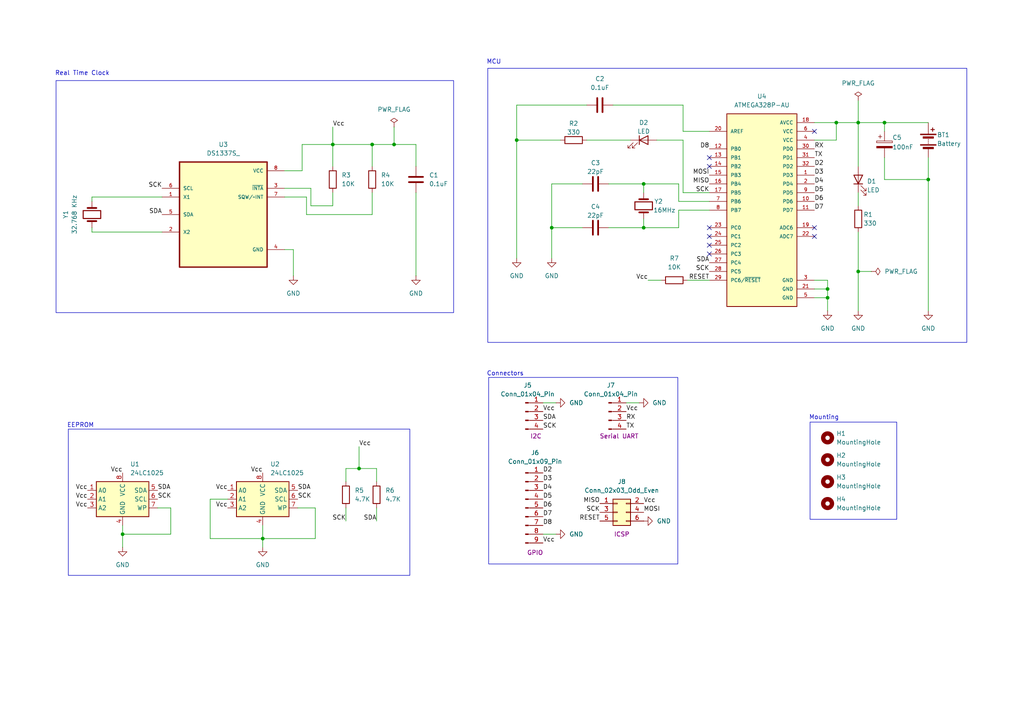
<source format=kicad_sch>
(kicad_sch (version 20231120) (generator "eeschema") (generator_version "8.0")
  (paper "A4")
  (title_block (title "${project_name}") (date "2024-07-27"))
  (lib_symbols
    (symbol "ATMEGA328P-AU:ATMEGA328P-AU" (pin_names (offset 1.016))
      (property "Reference" "U4" (at 0 33.02 0))
      (property "Value" "ATMEGA328P-AU" (at 0 30.48 0))
      (symbol "ATMEGA328P-AU_0_0"
        (rectangle (start -10.16 -27.94) (end 10.16 27.94) (stroke (width 0.254)) (fill (type background)))
        (pin bidirectional line (at 15.24 10.16 180) (length 5.08) (name "PD3") (number "1"))
        (pin bidirectional line (at 15.24 2.54 180) (length 5.08) (name "PD6") (number "10"))
        (pin bidirectional line (at 15.24 0 180) (length 5.08) (name "PD7") (number "11"))
        (pin bidirectional line (at -15.24 17.78 0) (length 5.08) (name "PB0") (number "12"))
        (pin bidirectional line (at -15.24 15.24 0) (length 5.08) (name "PB1") (number "13"))
        (pin bidirectional line (at -15.24 12.7 0) (length 5.08) (name "PB2") (number "14"))
        (pin bidirectional line (at -15.24 10.16 0) (length 5.08) (name "PB3") (number "15"))
        (pin bidirectional line (at -15.24 7.62 0) (length 5.08) (name "PB4") (number "16"))
        (pin bidirectional line (at -15.24 5.08 0) (length 5.08) (name "PB5") (number "17"))
        (pin power_in line (at 15.24 25.4 180) (length 5.08) (name "AVCC") (number "18"))
        (pin bidirectional line (at 15.24 -5.08 180) (length 5.08) (name "ADC6") (number "19"))
        (pin bidirectional line (at 15.24 7.62 180) (length 5.08) (name "PD4") (number "2"))
        (pin input line (at -15.24 22.86 0) (length 5.08) (name "AREF") (number "20"))
        (pin power_in line (at 15.24 -22.86 180) (length 5.08) (name "GND") (number "21"))
        (pin bidirectional line (at 15.24 -7.62 180) (length 5.08) (name "ADC7") (number "22"))
        (pin bidirectional line (at -15.24 -5.08 0) (length 5.08) (name "PC0") (number "23"))
        (pin bidirectional line (at -15.24 -7.62 0) (length 5.08) (name "PC1") (number "24"))
        (pin bidirectional line (at -15.24 -10.16 0) (length 5.08) (name "PC2") (number "25"))
        (pin bidirectional line (at -15.24 -12.7 0) (length 5.08) (name "PC3") (number "26"))
        (pin bidirectional line (at -15.24 -15.24 0) (length 5.08) (name "PC4") (number "27"))
        (pin bidirectional line (at -15.24 -17.78 0) (length 5.08) (name "PC5") (number "28"))
        (pin bidirectional line (at -15.24 -20.32 0) (length 5.08) (name "PC6/~{RESET}") (number "29"))
        (pin power_in line (at 15.24 -20.32 180) (length 5.08) (name "GND") (number "3"))
        (pin bidirectional line (at 15.24 17.78 180) (length 5.08) (name "PD0") (number "30"))
        (pin bidirectional line (at 15.24 15.24 180) (length 5.08) (name "PD1") (number "31"))
        (pin bidirectional line (at 15.24 12.7 180) (length 5.08) (name "PD2") (number "32"))
        (pin power_in line (at 15.24 20.32 180) (length 5.08) (name "VCC") (number "4"))
        (pin power_in line (at 15.24 -25.4 180) (length 5.08) (name "GND") (number "5"))
        (pin power_in line (at 15.24 22.86 180) (length 5.08) (name "VCC") (number "6"))
        (pin bidirectional line (at -15.24 2.54 0) (length 5.08) (name "PB6") (number "7"))
        (pin bidirectional line (at -15.24 0 0) (length 5.08) (name "PB7") (number "8"))
        (pin bidirectional line (at 15.24 5.08 180) (length 5.08) (name "PD5") (number "9"))
      )
    )
    (symbol "Connector:Conn_01x04_Pin" (pin_names (offset 1.016) hide)
      (property "Reference" "J" (at 0 5.08 0))
      (property "Value" "Conn_01x04_Pin" (at 0 -7.62 0))
      (symbol "Conn_01x04_Pin_1_1"
        (polyline (pts (xy 1.27 -5.08) (xy 0.8636 -5.08)) (stroke (width 0.1524)))
        (polyline (pts (xy 1.27 -2.54) (xy 0.8636 -2.54)) (stroke (width 0.1524)))
        (polyline (pts (xy 1.27 0) (xy 0.8636 0)) (stroke (width 0.1524)))
        (polyline (pts (xy 1.27 2.54) (xy 0.8636 2.54)) (stroke (width 0.1524)))
        (rectangle (start 0.8636 -4.953) (end 0 -5.207) (stroke (width 0.1524)) (fill (type outline)))
        (rectangle (start 0.8636 -2.413) (end 0 -2.667) (stroke (width 0.1524)) (fill (type outline)))
        (rectangle (start 0.8636 0.127) (end 0 -0.127) (stroke (width 0.1524)) (fill (type outline)))
        (rectangle (start 0.8636 2.667) (end 0 2.413) (stroke (width 0.1524)) (fill (type outline)))
        (pin passive line (at 5.08 2.54 180) (length 3.81) (name "Pin_1") (number "1"))
        (pin passive line (at 5.08 0 180) (length 3.81) (name "Pin_2") (number "2"))
        (pin passive line (at 5.08 -2.54 180) (length 3.81) (name "Pin_3") (number "3"))
        (pin passive line (at 5.08 -5.08 180) (length 3.81) (name "Pin_4") (number "4"))
      )
    )
    (symbol "Connector:Conn_01x09_Pin" (pin_names (offset 1.016) hide)
      (property "Reference" "J" (at 0 12.7 0))
      (property "Value" "Conn_01x09_Pin" (at 0 -12.7 0))
      (symbol "Conn_01x09_Pin_1_1"
        (polyline (pts (xy 1.27 -10.16) (xy 0.8636 -10.16)) (stroke (width 0.1524)))
        (polyline (pts (xy 1.27 -7.62) (xy 0.8636 -7.62)) (stroke (width 0.1524)))
        (polyline (pts (xy 1.27 -5.08) (xy 0.8636 -5.08)) (stroke (width 0.1524)))
        (polyline (pts (xy 1.27 -2.54) (xy 0.8636 -2.54)) (stroke (width 0.1524)))
        (polyline (pts (xy 1.27 0) (xy 0.8636 0)) (stroke (width 0.1524)))
        (polyline (pts (xy 1.27 2.54) (xy 0.8636 2.54)) (stroke (width 0.1524)))
        (polyline (pts (xy 1.27 5.08) (xy 0.8636 5.08)) (stroke (width 0.1524)))
        (polyline (pts (xy 1.27 7.62) (xy 0.8636 7.62)) (stroke (width 0.1524)))
        (polyline (pts (xy 1.27 10.16) (xy 0.8636 10.16)) (stroke (width 0.1524)))
        (rectangle (start 0.8636 -10.033) (end 0 -10.287) (stroke (width 0.1524)) (fill (type outline)))
        (rectangle (start 0.8636 -7.493) (end 0 -7.747) (stroke (width 0.1524)) (fill (type outline)))
        (rectangle (start 0.8636 -4.953) (end 0 -5.207) (stroke (width 0.1524)) (fill (type outline)))
        (rectangle (start 0.8636 -2.413) (end 0 -2.667) (stroke (width 0.1524)) (fill (type outline)))
        (rectangle (start 0.8636 0.127) (end 0 -0.127) (stroke (width 0.1524)) (fill (type outline)))
        (rectangle (start 0.8636 2.667) (end 0 2.413) (stroke (width 0.1524)) (fill (type outline)))
        (rectangle (start 0.8636 5.207) (end 0 4.953) (stroke (width 0.1524)) (fill (type outline)))
        (rectangle (start 0.8636 7.747) (end 0 7.493) (stroke (width 0.1524)) (fill (type outline)))
        (rectangle (start 0.8636 10.287) (end 0 10.033) (stroke (width 0.1524)) (fill (type outline)))
        (pin passive line (at 5.08 10.16 180) (length 3.81) (name "Pin_1") (number "1"))
        (pin passive line (at 5.08 7.62 180) (length 3.81) (name "Pin_2") (number "2"))
        (pin passive line (at 5.08 5.08 180) (length 3.81) (name "Pin_3") (number "3"))
        (pin passive line (at 5.08 2.54 180) (length 3.81) (name "Pin_4") (number "4"))
        (pin passive line (at 5.08 0 180) (length 3.81) (name "Pin_5") (number "5"))
        (pin passive line (at 5.08 -2.54 180) (length 3.81) (name "Pin_6") (number "6"))
        (pin passive line (at 5.08 -5.08 180) (length 3.81) (name "Pin_7") (number "7"))
        (pin passive line (at 5.08 -7.62 180) (length 3.81) (name "Pin_8") (number "8"))
        (pin passive line (at 5.08 -10.16 180) (length 3.81) (name "Pin_9") (number "9"))
      )
    )
    (symbol "Connector_Generic:Conn_02x03_Odd_Even" (pin_names (offset 1.016) hide)
      (property "Reference" "J" (at 1.27 5.08 0))
      (property "Value" "Conn_02x03_Odd_Even" (at 1.27 -5.08 0))
      (symbol "Conn_02x03_Odd_Even_1_1"
        (rectangle (start -1.27 -2.413) (end 0 -2.667) (stroke (width 0.1524)))
        (rectangle (start -1.27 0.127) (end 0 -0.127) (stroke (width 0.1524)))
        (rectangle (start -1.27 2.667) (end 0 2.413) (stroke (width 0.1524)))
        (rectangle (start -1.27 3.81) (end 3.81 -3.81) (stroke (width 0.254)) (fill (type background)))
        (rectangle (start 3.81 -2.413) (end 2.54 -2.667) (stroke (width 0.1524)))
        (rectangle (start 3.81 0.127) (end 2.54 -0.127) (stroke (width 0.1524)))
        (rectangle (start 3.81 2.667) (end 2.54 2.413) (stroke (width 0.1524)))
        (pin passive line (at -5.08 2.54 0) (length 3.81) (name "Pin_1") (number "1"))
        (pin passive line (at 7.62 2.54 180) (length 3.81) (name "Pin_2") (number "2"))
        (pin passive line (at -5.08 0 0) (length 3.81) (name "Pin_3") (number "3"))
        (pin passive line (at 7.62 0 180) (length 3.81) (name "Pin_4") (number "4"))
        (pin passive line (at -5.08 -2.54 0) (length 3.81) (name "Pin_5") (number "5"))
        (pin passive line (at 7.62 -2.54 180) (length 3.81) (name "Pin_6") (number "6"))
      )
    )
    (symbol "DS1337S_:DS1337S_" (pin_names (offset 1.016))
      (property "Reference" "U" (at -12.7 16.24 0))
      (property "Value" "DS1337S_" (at -12.7 -19.24 0))
      (symbol "DS1337S__0_0"
        (rectangle (start -12.7 -15.24) (end 12.7 15.24) (stroke (width 0.41)) (fill (type background)))
        (pin input line (at -17.78 5.08 0) (length 5.08) (name "X1") (number "1"))
        (pin bidirectional line (at -17.78 -5.08 0) (length 5.08) (name "X2") (number "2"))
        (pin output line (at 17.78 7.62 180) (length 5.08) (name "~{INTA}") (number "3"))
        (pin power_in line (at 17.78 -10.16 180) (length 5.08) (name "GND") (number "4"))
        (pin bidirectional line (at -17.78 0 0) (length 5.08) (name "SDA") (number "5"))
        (pin input line (at -17.78 7.62 0) (length 5.08) (name "SCL") (number "6"))
        (pin output line (at 17.78 5.08 180) (length 5.08) (name "SQW/~INT") (number "7"))
        (pin power_in line (at 17.78 12.7 180) (length 5.08) (name "VCC") (number "8"))
      )
    )
    (symbol "Device:Battery" (pin_numbers hide) (pin_names (offset 0) hide)
      (property "Reference" "BT" (at 2.54 2.54 0))
      (property "Value" "Battery" (at 2.54 0 0))
      (symbol "Battery_0_1"
        (rectangle (start -2.286 -1.27) (end 2.286 -1.524) (fill (type outline)))
        (rectangle (start -2.286 1.778) (end 2.286 1.524) (fill (type outline)))
        (rectangle (start -1.524 -2.032) (end 1.524 -2.54) (fill (type outline)))
        (rectangle (start -1.524 1.016) (end 1.524 0.508) (fill (type outline)))
        (polyline (pts (xy 0 -1.016) (xy 0 -0.762)))
        (polyline (pts (xy 0 -0.508) (xy 0 -0.254)))
        (polyline (pts (xy 0 0) (xy 0 0.254)))
        (polyline (pts (xy 0 1.778) (xy 0 2.54)))
        (polyline (pts (xy 0.762 3.048) (xy 1.778 3.048)) (stroke (width 0.254)))
        (polyline (pts (xy 1.27 3.556) (xy 1.27 2.54)) (stroke (width 0.254)))
      )
      (symbol "Battery_1_1"
        (pin passive line (at 0 5.08 270) (length 2.54) (name "+") (number "1"))
        (pin passive line (at 0 -5.08 90) (length 2.54) (name "-") (number "2"))
      )
    )
    (symbol "Device:C" (pin_numbers hide) (pin_names (offset 0.254))
      (property "Reference" "C" (at 0.635 2.54 0))
      (property "Value" "C" (at 0.635 -2.54 0))
      (symbol "C_0_1"
        (polyline (pts (xy -2.032 -0.762) (xy 2.032 -0.762)) (stroke (width 0.508)))
        (polyline (pts (xy -2.032 0.762) (xy 2.032 0.762)) (stroke (width 0.508)))
      )
      (symbol "C_1_1"
        (pin passive line (at 0 3.81 270) (length 2.794) (name "~") (number "1"))
        (pin passive line (at 0 -3.81 90) (length 2.794) (name "~") (number "2"))
      )
    )
    (symbol "Device:C_Polarized" (pin_numbers hide) (pin_names (offset 0.254))
      (property "Reference" "C" (at 0.635 2.54 0))
      (property "Value" "C_Polarized" (at 0.635 -2.54 0))
      (symbol "C_Polarized_0_1"
        (rectangle (start -2.286 0.508) (end 2.286 1.016))
        (polyline (pts (xy -1.778 2.286) (xy -0.762 2.286)))
        (polyline (pts (xy -1.27 2.794) (xy -1.27 1.778)))
        (rectangle (start 2.286 -0.508) (end -2.286 -1.016) (fill (type outline)))
      )
      (symbol "C_Polarized_1_1"
        (pin passive line (at 0 3.81 270) (length 2.794) (name "~") (number "1"))
        (pin passive line (at 0 -3.81 90) (length 2.794) (name "~") (number "2"))
      )
    )
    (symbol "Device:Crystal" (pin_numbers hide) (pin_names (offset 1.016) hide)
      (property "Reference" "Y" (at 0 3.81 0))
      (property "Value" "Crystal" (at 0 -3.81 0))
      (symbol "Crystal_0_1"
        (rectangle (start -1.143 2.54) (end 1.143 -2.54) (stroke (width 0.3048)))
        (polyline (pts (xy -2.54 0) (xy -1.905 0)))
        (polyline (pts (xy -1.905 -1.27) (xy -1.905 1.27)) (stroke (width 0.508)))
        (polyline (pts (xy 1.905 -1.27) (xy 1.905 1.27)) (stroke (width 0.508)))
        (polyline (pts (xy 2.54 0) (xy 1.905 0)))
      )
      (symbol "Crystal_1_1"
        (pin passive line (at -3.81 0 0) (length 1.27) (name "1") (number "1"))
        (pin passive line (at 3.81 0 180) (length 1.27) (name "2") (number "2"))
      )
    )
    (symbol "Device:LED" (pin_numbers hide) (pin_names (offset 1.016) hide)
      (property "Reference" "D" (at 0 2.54 0))
      (property "Value" "LED" (at 0 -2.54 0))
      (symbol "LED_0_1"
        (polyline (pts (xy -1.27 -1.27) (xy -1.27 1.27)) (stroke (width 0.254)))
        (polyline (pts (xy -1.27 0) (xy 1.27 0)))
        (polyline (pts (xy 1.27 -1.27) (xy 1.27 1.27) (xy -1.27 0) (xy 1.27 -1.27)) (stroke (width 0.254)))
        (polyline (pts (xy -3.048 -0.762) (xy -4.572 -2.286) (xy -3.81 -2.286) (xy -4.572 -2.286) (xy -4.572 -1.524)))
        (polyline (pts (xy -1.778 -0.762) (xy -3.302 -2.286) (xy -2.54 -2.286) (xy -3.302 -2.286) (xy -3.302 -1.524)))
      )
      (symbol "LED_1_1"
        (pin passive line (at -3.81 0 0) (length 2.54) (name "K") (number "1"))
        (pin passive line (at 3.81 0 180) (length 2.54) (name "A") (number "2"))
      )
    )
    (symbol "Device:R" (pin_numbers hide) (pin_names (offset 0))
      (property "Reference" "R" (at 2.032 0 90))
      (property "Value" "R" (at 0 0 90))
      (symbol "R_0_1"
        (rectangle (start -1.016 -2.54) (end 1.016 2.54) (stroke (width 0.254)))
      )
      (symbol "R_1_1"
        (pin passive line (at 0 3.81 270) (length 1.27) (name "~") (number "1"))
        (pin passive line (at 0 -3.81 90) (length 1.27) (name "~") (number "2"))
      )
    )
    (symbol "Mechanical:MountingHole" (pin_names (offset 1.016)) (exclude_from_sim yes) (in_bom no)
      (property "Reference" "H" (at 0 5.08 0))
      (property "Value" "MountingHole" (at 0 3.175 0))
      (symbol "MountingHole_0_1"
        (circle (center 0 0) (radius 1.27) (stroke (width 1.27)))
      )
    )
    (symbol "Memory_EEPROM:24LC1025"
      (property "Reference" "U" (at -6.35 6.35 0))
      (property "Value" "24LC1025" (at 1.27 6.35 0))
      (symbol "24LC1025_1_1"
        (rectangle (start -7.62 5.08) (end 7.62 -5.08) (stroke (width 0.254)) (fill (type background)))
        (pin input line (at -10.16 2.54 0) (length 2.54) (name "A0") (number "1"))
        (pin input line (at -10.16 0 0) (length 2.54) (name "A1") (number "2"))
        (pin input line (at -10.16 -2.54 0) (length 2.54) (name "A2") (number "3"))
        (pin power_in line (at 0 -7.62 90) (length 2.54) (name "GND") (number "4"))
        (pin bidirectional line (at 10.16 2.54 180) (length 2.54) (name "SDA") (number "5"))
        (pin input line (at 10.16 0 180) (length 2.54) (name "SCL") (number "6"))
        (pin input line (at 10.16 -2.54 180) (length 2.54) (name "WP") (number "7"))
        (pin power_in line (at 0 7.62 270) (length 2.54) (name "VCC") (number "8"))
      )
    )
    (symbol "power:GND" (power) (pin_numbers hide) (pin_names (offset 0) hide)
      (property "Value" "GND" (at 0 -3.81 0))
      (symbol "GND_0_1"
        (polyline (pts (xy 0 0) (xy 0 -1.27) (xy 1.27 -1.27) (xy 0 -2.54) (xy -1.27 -1.27) (xy 0 -1.27)))
      )
      (symbol "GND_1_1"
        (pin power_in line (at 0 0 270) (length 0) (name "~") (number "1"))
      )
    )
    (symbol "power:PWR_FLAG" (power) (pin_numbers hide) (pin_names (offset 0) hide)
      (property "Value" "PWR_FLAG" (at 0 3.81 0))
      (symbol "PWR_FLAG_0_0"
        (pin power_out line (at 0 0 90) (length 0) (name "~") (number "1"))
      )
      (symbol "PWR_FLAG_0_1"
        (polyline (pts (xy 0 0) (xy 0 1.27) (xy -1.016 1.905) (xy 0 2.54) (xy 1.016 1.905) (xy 0 1.27)))
      )
    )
  )
  (junction (at 248.92 78.74))
  (junction (at 256.54 35.56))
  (junction (at 149.86 40.64))
  (junction (at 96.52 41.91))
  (junction (at 248.92 35.56))
  (junction (at 76.2 156.21))
  (junction (at 240.03 83.82))
  (junction (at 107.95 41.91))
  (junction (at 186.69 66.04))
  (junction (at 186.69 53.34))
  (junction (at 269.24 52.07))
  (junction (at 114.3 41.91))
  (junction (at 242.57 35.56))
  (junction (at 104.14 135.89))
  (junction (at 160.02 66.04))
  (junction (at 35.56 154.94))
  (junction (at 240.03 86.36))
  (no_connect (at 205.74 68.58))
  (no_connect (at 205.74 45.72))
  (no_connect (at 205.74 48.26))
  (no_connect (at 205.74 66.04))
  (no_connect (at 236.22 66.04))
  (no_connect (at 236.22 68.58))
  (no_connect (at 205.74 73.66))
  (no_connect (at 236.22 38.1))
  (no_connect (at 205.74 71.12))
  (wire (pts (xy 236.22 81.28) (xy 240.03 81.28)))
  (wire (pts (xy 256.54 35.56) (xy 256.54 38.1)))
  (wire (pts (xy 248.92 78.74) (xy 248.92 90.17)))
  (wire (pts (xy 96.52 41.91) (xy 107.95 41.91)))
  (wire (pts (xy 100.33 135.89) (xy 104.14 135.89)))
  (wire (pts (xy 196.85 58.42) (xy 205.74 58.42)))
  (wire (pts (xy 60.96 156.21) (xy 76.2 156.21)))
  (wire (pts (xy 190.5 40.64) (xy 198.12 40.64)))
  (wire (pts (xy 100.33 139.7) (xy 100.33 135.89)))
  (wire (pts (xy 91.44 156.21) (xy 76.2 156.21)))
  (wire (pts (xy 170.18 30.48) (xy 149.86 30.48)))
  (wire (pts (xy 198.12 55.88) (xy 205.74 55.88)))
  (wire (pts (xy 88.9 62.23) (xy 107.95 62.23)))
  (wire (pts (xy 186.69 66.04) (xy 186.69 63.5)))
  (wire (pts (xy 196.85 53.34) (xy 196.85 58.42)))
  (wire (pts (xy 88.9 57.15) (xy 88.9 62.23)))
  (wire (pts (xy 109.22 147.32) (xy 109.22 151.13)))
  (wire (pts (xy 269.24 52.07) (xy 269.24 90.17)))
  (wire (pts (xy 76.2 158.75) (xy 76.2 156.21)))
  (wire (pts (xy 107.95 41.91) (xy 114.3 41.91)))
  (wire (pts (xy 177.8 30.48) (xy 198.12 30.48)))
  (wire (pts (xy 82.55 57.15) (xy 88.9 57.15)))
  (wire (pts (xy 114.3 41.91) (xy 120.65 41.91)))
  (wire (pts (xy 256.54 52.07) (xy 269.24 52.07)))
  (wire (pts (xy 82.55 72.39) (xy 85.09 72.39)))
  (wire (pts (xy 187.96 81.28) (xy 191.77 81.28)))
  (wire (pts (xy 236.22 35.56) (xy 242.57 35.56)))
  (wire (pts (xy 160.02 66.04) (xy 168.91 66.04)))
  (wire (pts (xy 85.09 72.39) (xy 85.09 80.01)))
  (wire (pts (xy 161.29 116.84) (xy 157.48 116.84)))
  (wire (pts (xy 198.12 40.64) (xy 198.12 55.88)))
  (wire (pts (xy 198.12 30.48) (xy 198.12 38.1)))
  (wire (pts (xy 161.29 154.94) (xy 157.48 154.94)))
  (wire (pts (xy 26.67 57.15) (xy 26.67 58.42)))
  (wire (pts (xy 149.86 30.48) (xy 149.86 40.64)))
  (wire (pts (xy 186.69 53.34) (xy 186.69 55.88)))
  (wire (pts (xy 90.17 54.61) (xy 90.17 59.69)))
  (wire (pts (xy 82.55 49.53) (xy 87.63 49.53)))
  (wire (pts (xy 186.69 66.04) (xy 196.85 66.04)))
  (wire (pts (xy 269.24 45.72) (xy 269.24 52.07)))
  (wire (pts (xy 109.22 135.89) (xy 109.22 139.7)))
  (wire (pts (xy 186.69 53.34) (xy 196.85 53.34)))
  (wire (pts (xy 240.03 86.36) (xy 240.03 90.17)))
  (wire (pts (xy 104.14 129.54) (xy 104.14 135.89)))
  (wire (pts (xy 104.14 135.89) (xy 109.22 135.89)))
  (wire (pts (xy 256.54 35.56) (xy 269.24 35.56)))
  (wire (pts (xy 60.96 144.78) (xy 60.96 156.21)))
  (wire (pts (xy 242.57 35.56) (xy 248.92 35.56)))
  (wire (pts (xy 45.72 147.32) (xy 49.53 147.32)))
  (wire (pts (xy 46.99 57.15) (xy 26.67 57.15)))
  (wire (pts (xy 256.54 45.72) (xy 256.54 52.07)))
  (wire (pts (xy 35.56 158.75) (xy 35.56 154.94)))
  (wire (pts (xy 248.92 29.21) (xy 248.92 35.56)))
  (wire (pts (xy 87.63 49.53) (xy 87.63 41.91)))
  (wire (pts (xy 236.22 83.82) (xy 240.03 83.82)))
  (wire (pts (xy 168.91 53.34) (xy 160.02 53.34)))
  (wire (pts (xy 66.04 144.78) (xy 60.96 144.78)))
  (wire (pts (xy 149.86 40.64) (xy 149.86 74.93)))
  (wire (pts (xy 107.95 41.91) (xy 107.95 48.26)))
  (wire (pts (xy 90.17 59.69) (xy 96.52 59.69)))
  (wire (pts (xy 76.2 156.21) (xy 76.2 152.4)))
  (wire (pts (xy 196.85 60.96) (xy 196.85 66.04)))
  (wire (pts (xy 240.03 86.36) (xy 236.22 86.36)))
  (wire (pts (xy 96.52 36.83) (xy 96.52 41.91)))
  (wire (pts (xy 120.65 55.88) (xy 120.65 80.01)))
  (wire (pts (xy 160.02 66.04) (xy 160.02 74.93)))
  (wire (pts (xy 162.56 40.64) (xy 149.86 40.64)))
  (wire (pts (xy 120.65 41.91) (xy 120.65 48.26)))
  (wire (pts (xy 240.03 83.82) (xy 240.03 86.36)))
  (wire (pts (xy 198.12 38.1) (xy 205.74 38.1)))
  (wire (pts (xy 82.55 54.61) (xy 90.17 54.61)))
  (wire (pts (xy 236.22 40.64) (xy 242.57 40.64)))
  (wire (pts (xy 248.92 55.88) (xy 248.92 59.69)))
  (wire (pts (xy 96.52 41.91) (xy 96.52 48.26)))
  (wire (pts (xy 248.92 35.56) (xy 256.54 35.56)))
  (wire (pts (xy 176.53 53.34) (xy 186.69 53.34)))
  (wire (pts (xy 185.42 116.84) (xy 181.61 116.84)))
  (wire (pts (xy 240.03 81.28) (xy 240.03 83.82)))
  (wire (pts (xy 114.3 36.83) (xy 114.3 41.91)))
  (wire (pts (xy 100.33 147.32) (xy 100.33 151.13)))
  (wire (pts (xy 49.53 154.94) (xy 35.56 154.94)))
  (wire (pts (xy 87.63 41.91) (xy 96.52 41.91)))
  (wire (pts (xy 107.95 62.23) (xy 107.95 55.88)))
  (wire (pts (xy 205.74 60.96) (xy 196.85 60.96)))
  (wire (pts (xy 170.18 40.64) (xy 182.88 40.64)))
  (wire (pts (xy 248.92 78.74) (xy 252.73 78.74)))
  (wire (pts (xy 160.02 53.34) (xy 160.02 66.04)))
  (wire (pts (xy 26.67 67.31) (xy 26.67 66.04)))
  (wire (pts (xy 199.39 81.28) (xy 205.74 81.28)))
  (wire (pts (xy 248.92 35.56) (xy 248.92 48.26)))
  (wire (pts (xy 35.56 154.94) (xy 35.56 152.4)))
  (wire (pts (xy 176.53 66.04) (xy 186.69 66.04)))
  (wire (pts (xy 49.53 147.32) (xy 49.53 154.94)))
  (wire (pts (xy 86.36 147.32) (xy 91.44 147.32)))
  (wire (pts (xy 248.92 67.31) (xy 248.92 78.74)))
  (wire (pts (xy 91.44 147.32) (xy 91.44 156.21)))
  (wire (pts (xy 46.99 67.31) (xy 26.67 67.31)))
  (wire (pts (xy 242.57 40.64) (xy 242.57 35.56)))
  (wire (pts (xy 96.52 59.69) (xy 96.52 55.88)))
  (rectangle (start 141.478 19.812) (end 280.416 99.314))
  (rectangle (start 19.812 124.46) (end 118.872 166.878))
  (rectangle (start 234.95 122.428) (end 260.096 150.622))
  (rectangle (start 16.256 23.368) (end 131.572 90.678))
  (rectangle (start 141.732 109.474) (end 196.596 163.576))
  (text "EEPROM\n" (at 23.368 123.444 0) (effects (font (size 1.27 1.27))))
  (text "Mounting" (at 239.014 121.158 0) (effects (font (size 1.27 1.27))))
  (text "MCU\n" (at 143.256 18.034 0) (effects (font (size 1.27 1.27))))
  (text "Real Time Clock\n" (at 23.876 21.336 0) (effects (font (size 1.27 1.27))))
  (text "Connectors\n" (at 146.558 108.458 0) (effects (font (size 1.27 1.27))))
  (label "SDA" (at 46.99 62.23 180))
  (label "SCK" (at 157.48 124.46 0))
  (label "MISO" (at 205.74 53.34 180))
  (label "D7" (at 157.48 149.86 0))
  (label "Vcc" (at 157.48 119.38 0))
  (label "D3" (at 157.48 139.7 0))
  (label "SCK" (at 86.36 144.78 0))
  (label "D7" (at 236.22 60.96 0))
  (label "SCK" (at 205.74 55.88 180))
  (label "Vcc" (at 25.4 142.24 180))
  (label "Vcc" (at 157.48 157.48 0))
  (label "RESET" (at 173.99 151.13 180))
  (label "D2" (at 236.22 48.26 0))
  (label "D4" (at 236.22 53.34 0))
  (label "MISO" (at 173.99 146.05 180))
  (label "RX" (at 181.61 121.92 0))
  (label "Vcc" (at 186.69 146.05 0))
  (label "D6" (at 236.22 58.42 0))
  (label "Vcc" (at 25.4 147.32 180))
  (label "RESET" (at 205.74 81.28 180))
  (label "Vcc" (at 76.2 137.16 180))
  (label "SCK" (at 100.33 151.13 180))
  (label "TX" (at 181.61 124.46 0))
  (label "SDA" (at 109.22 151.13 180))
  (label "Vcc" (at 66.04 142.24 180))
  (label "SDA" (at 86.36 142.24 0))
  (label "D4" (at 157.48 142.24 0))
  (label "Vcc" (at 66.04 147.32 180))
  (label "SDA" (at 205.74 76.2 180))
  (label "SDA" (at 45.72 142.24 0))
  (label "SCK" (at 46.99 54.61 180))
  (label "D5" (at 236.22 55.88 0))
  (label "D3" (at 236.22 50.8 0))
  (label "SCK" (at 205.74 78.74 180))
  (label "D6" (at 157.48 147.32 0))
  (label "Vcc" (at 187.96 81.28 180))
  (label "Vcc" (at 35.56 137.16 180))
  (label "SCK" (at 45.72 144.78 0))
  (label "MOSI" (at 205.74 50.8 180))
  (label "TX" (at 236.22 45.72 0))
  (label "Vcc" (at 181.61 119.38 0))
  (label "Vcc" (at 96.52 36.83 0))
  (label "RX" (at 236.22 43.18 0))
  (label "MOSI" (at 186.69 148.59 0))
  (label "D8" (at 157.48 152.4 0))
  (label "D8" (at 205.74 43.18 180))
  (label "D2" (at 157.48 137.16 0))
  (label "SDA" (at 157.48 121.92 0))
  (label "Vcc" (at 104.14 129.54 0))
  (label "Vcc" (at 25.4 144.78 180))
  (label "SCK" (at 173.99 148.59 180))
  (label "D5" (at 157.48 144.78 0))
  (symbol (lib_id "Device:C") (at 120.65 52.07 0) (unit 1)
    (property "Reference" "C1" (at 124.46 50.7999 0) (effects (justify left)))
    (property "Value" "0.1uF" (at 124.46 53.3399 0) (effects (justify left)))
    (property "Footprint" "Capacitor_SMD:C_0805_2012Metric" (effects (hide yes)))
    (property "Description" "Unpolarized capacitor" (effects (hide yes)))
  )
  (symbol (lib_id "power:GND") (at 120.65 80.01 0) (unit 1)
    (property "Reference" "#PWR02" (effects (hide yes)))
    (property "Value" "GND" (at 120.65 85.09 0))
    (property "Description" "Power symbol creates a global label with name \"GND\" , ground" (effects (hide yes)))
  )
  (symbol (lib_id "Device:R") (at 96.52 52.07 0) (unit 1)
    (property "Reference" "R3" (at 99.06 50.7999 0) (effects (justify left)))
    (property "Value" "10K" (at 99.06 53.3399 0) (effects (justify left)))
    (property "Footprint" "Resistor_SMD:R_0805_2012Metric" (effects (hide yes)))
    (property "Description" "Resistor" (effects (hide yes)))
  )
  (symbol (lib_id "power:GND") (at 149.86 74.93 0) (unit 1)
    (property "Reference" "#PWR09" (effects (hide yes)))
    (property "Value" "GND" (at 149.86 80.01 0))
    (property "Description" "Power symbol creates a global label with name \"GND\" , ground" (effects (hide yes)))
  )
  (symbol (lib_id "power:GND") (at 161.29 154.94 90) (unit 1)
    (property "Reference" "#PWR013" (effects (hide yes)))
    (property "Value" "GND" (at 165.1 154.9399 90) (effects (justify right)))
    (property "Description" "Power symbol creates a global label with name \"GND\" , ground" (effects (hide yes)))
  )
  (symbol (lib_id "Device:Crystal") (at 186.69 59.69 90) (unit 1)
    (property "Reference" "Y2" (at 189.738 58.42 90) (effects (justify right)))
    (property "Value" "16MHz" (at 189.484 60.96 90) (effects (justify right)))
    (property "Footprint" "Crystal:Crystal_SMD_5032-2Pin_5.0x3.2mm_HandSoldering" (effects (hide yes)))
    (property "Description" "Two pin crystal" (effects (hide yes)))
  )
  (symbol (lib_id "Mechanical:MountingHole") (at 240.03 127 0) (unit 1) (exclude_from_sim yes) (in_bom no)
    (property "Reference" "H1" (at 242.57 125.7299 0) (effects (justify left)))
    (property "Value" "MountingHole" (at 242.57 128.2699 0) (effects (justify left)))
    (property "Footprint" "MountingHole:MountingHole_2.1mm" (effects (hide yes)))
    (property "Description" "Mounting Hole without connection" (effects (hide yes)))
  )
  (symbol (lib_id "power:GND") (at 269.24 90.17 0) (unit 1)
    (property "Reference" "#PWR07" (effects (hide yes)))
    (property "Value" "GND" (at 269.24 95.25 0))
    (property "Description" "Power symbol creates a global label with name \"GND\" , ground" (effects (hide yes)))
  )
  (symbol (lib_id "Connector:Conn_01x04_Pin") (at 152.4 119.38 0) (unit 1)
    (property "Reference" "J5" (at 153.035 111.76 0))
    (property "Value" "Conn_01x04_Pin" (at 153.035 114.3 0))
    (property "Footprint" "Connector_PinHeader_2.54mm:PinHeader_1x04_P2.54mm_Vertical" (effects (hide yes)))
    (property "Description" "Generic connector, single row, 01x04, script generated" (effects (hide yes)))
    (property "Purpose" "I2C" (at 155.448 126.492 0))
  )
  (symbol (lib_id "power:GND") (at 185.42 116.84 90) (unit 1)
    (property "Reference" "#PWR011" (effects (hide yes)))
    (property "Value" "GND" (at 189.23 116.8399 90) (effects (justify right)))
    (property "Description" "Power symbol creates a global label with name \"GND\" , ground" (effects (hide yes)))
  )
  (symbol (lib_id "power:PWR_FLAG") (at 248.92 29.21 0) (unit 1)
    (property "Reference" "#FLG01" (effects (hide yes)))
    (property "Value" "PWR_FLAG" (at 248.92 24.13 0))
    (property "Description" "Special symbol for telling ERC where power comes from" (effects (hide yes)))
  )
  (symbol (lib_id "Connector:Conn_01x04_Pin") (at 176.53 119.38 0) (unit 1)
    (property "Reference" "J7" (at 177.165 111.76 0))
    (property "Value" "Conn_01x04_Pin" (at 177.165 114.3 0))
    (property "Footprint" "Connector_PinHeader_2.54mm:PinHeader_1x04_P2.54mm_Vertical" (effects (hide yes)))
    (property "Description" "Generic connector, single row, 01x04, script generated" (effects (hide yes)))
    (property "Purpose" "Serial UART" (at 179.578 126.492 0))
  )
  (symbol (lib_id "Connector_Generic:Conn_02x03_Odd_Even") (at 179.07 148.59 0) (unit 1)
    (property "Reference" "J8" (at 180.34 139.7 0))
    (property "Value" "Conn_02x03_Odd_Even" (at 180.34 142.24 0))
    (property "Footprint" "Connector_PinHeader_2.54mm:PinHeader_2x03_P2.54mm_Vertical" (effects (hide yes)))
    (property "Description" "Generic connector, double row, 02x03, odd/even pin numbering scheme (row 1 odd numbers, row 2 even numbers), script generated (kicad-library-utils/schlib/autogen/connector/)" (effects (hide yes)))
    (property "Purpose" "ICSP" (at 180.34 154.94 0))
  )
  (symbol (lib_id "power:GND") (at 35.56 158.75 0) (unit 1)
    (property "Reference" "#PWR03" (effects (hide yes)))
    (property "Value" "GND" (at 35.56 163.83 0))
    (property "Description" "Power symbol creates a global label with name \"GND\" , ground" (effects (hide yes)))
  )
  (symbol (lib_id "Mechanical:MountingHole") (at 240.03 146.05 0) (unit 1) (exclude_from_sim yes) (in_bom no)
    (property "Reference" "H4" (at 242.57 144.7799 0) (effects (justify left)))
    (property "Value" "MountingHole" (at 242.57 147.3199 0) (effects (justify left)))
    (property "Footprint" "MountingHole:MountingHole_2.1mm" (effects (hide yes)))
    (property "Description" "Mounting Hole without connection" (effects (hide yes)))
  )
  (symbol (lib_id "Device:R") (at 107.95 52.07 0) (unit 1)
    (property "Reference" "R4" (at 110.49 50.7999 0) (effects (justify left)))
    (property "Value" "10K" (at 110.49 53.3399 0) (effects (justify left)))
    (property "Footprint" "Resistor_SMD:R_0805_2012Metric" (effects (hide yes)))
    (property "Description" "Resistor" (effects (hide yes)))
  )
  (symbol (lib_id "Device:C") (at 172.72 53.34 90) (unit 1)
    (property "Reference" "C3" (at 172.72 47.244 90))
    (property "Value" "22pF" (at 172.72 49.784 90))
    (property "Footprint" "Capacitor_SMD:C_0805_2012Metric" (effects (hide yes)))
    (property "Description" "Unpolarized capacitor" (effects (hide yes)))
  )
  (symbol (lib_id "Device:LED") (at 248.92 52.07 90) (unit 1)
    (property "Reference" "D1" (at 251.46 52.578 90) (effects (justify right)))
    (property "Value" "LED" (at 251.46 55.118 90) (effects (justify right)))
    (property "Footprint" "LED_SMD:LED_0805_2012Metric" (effects (hide yes)))
    (property "Description" "Light emitting diode" (effects (hide yes)))
  )
  (symbol (lib_id "ATMEGA328P-AU:ATMEGA328P-AU") (at 220.98 60.96 0) (unit 1)
    (property "Reference" "U4" (at 220.98 27.94 0))
    (property "Value" "ATMEGA328P-AU" (at 220.98 30.48 0))
    (property "Footprint" "Footprints:QFP80P900X900X120-32N" (effects (hide yes)))
    (property "MF" "Microchip" (effects (hide yes)))
    (property "Description_1" "\nAVR AVR® ATmega Microcontroller IC 8-Bit 20MHz 32KB (16K x 16) FLASH 32-TQFP (7x7)\n" (effects (hide yes)))
    (property "Package" "TQFP-32 Microchip" (effects (hide yes)))
    (property "Price" "None" (effects (hide yes)))
    (property "Check_prices" "https://www.snapeda.com/parts/ATMEGA328P-AU/Microchip/view-part/?ref=eda" (effects (hide yes)))
    (property "SnapEDA_Link" "https://www.snapeda.com/parts/ATMEGA328P-AU/Microchip/view-part/?ref=snap" (effects (hide yes)))
    (property "MP" "ATMEGA328P-AU" (effects (hide yes)))
    (property "Purchase-URL" "https://www.snapeda.com/api/url_track_click_mouser/?unipart_id=44280&manufacturer=Microchip&part_name=ATMEGA328P-AU&search_term=None" (effects (hide yes)))
    (property "Availability" "In Stock" (effects (hide yes)))
    (property "MANUFACTURER" "Microchip" (effects (hide yes)))
    (property "MAXIMUM_PACKAGE_HEIGHT" "1.20mm" (effects (hide yes)))
    (property "STANDARD" "IPC-7351B" (effects (hide yes)))
    (property "PARTREV" "8271A" (effects (hide yes)))
  )
  (symbol (lib_id "power:GND") (at 161.29 116.84 90) (unit 1)
    (property "Reference" "#PWR010" (effects (hide yes)))
    (property "Value" "GND" (at 165.1 116.8399 90) (effects (justify right)))
    (property "Description" "Power symbol creates a global label with name \"GND\" , ground" (effects (hide yes)))
  )
  (symbol (lib_id "Mechanical:MountingHole") (at 240.03 139.7 0) (unit 1) (exclude_from_sim yes) (in_bom no)
    (property "Reference" "H3" (at 242.57 138.4299 0) (effects (justify left)))
    (property "Value" "MountingHole" (at 242.57 140.9699 0) (effects (justify left)))
    (property "Footprint" "MountingHole:MountingHole_2.1mm" (effects (hide yes)))
    (property "Description" "Mounting Hole without connection" (effects (hide yes)))
  )
  (symbol (lib_id "power:PWR_FLAG") (at 114.3 36.83 0) (unit 1)
    (property "Reference" "#FLG03" (effects (hide yes)))
    (property "Value" "PWR_FLAG" (at 114.3 31.75 0))
    (property "Description" "Special symbol for telling ERC where power comes from" (effects (hide yes)))
  )
  (symbol (lib_id "Device:R") (at 248.92 63.5 0) (unit 1)
    (property "Reference" "R1" (at 250.444 62.23 0) (effects (justify left)))
    (property "Value" "330" (at 250.444 64.77 0) (effects (justify left)))
    (property "Footprint" "Resistor_SMD:R_0805_2012Metric" (effects (hide yes)))
    (property "Description" "Resistor" (effects (hide yes)))
  )
  (symbol (lib_id "power:GND") (at 85.09 80.01 0) (unit 1)
    (property "Reference" "#PWR01" (effects (hide yes)))
    (property "Value" "GND" (at 85.09 85.09 0))
    (property "Description" "Power symbol creates a global label with name \"GND\" , ground" (effects (hide yes)))
  )
  (symbol (lib_id "Device:R") (at 195.58 81.28 90) (unit 1)
    (property "Reference" "R7" (at 195.58 74.93 90))
    (property "Value" "10K" (at 195.58 77.47 90))
    (property "Footprint" "Resistor_SMD:R_0805_2012Metric" (effects (hide yes)))
    (property "Description" "Resistor" (effects (hide yes)))
  )
  (symbol (lib_id "Memory_EEPROM:24LC1025") (at 35.56 144.78 0) (unit 1)
    (property "Reference" "U1" (at 37.7541 134.62 0) (effects (justify left)))
    (property "Value" "24LC1025" (at 37.7541 137.16 0) (effects (justify left)))
    (property "Footprint" "Package_SO:SOIC-8_5.23x5.23mm_P1.27mm" (effects (hide yes)))
    (property "Datasheet" "http://ww1.microchip.com/downloads/en/DeviceDoc/21941B.pdf" (effects (hide yes)))
    (property "Description" "I2C Serial EEPROM, 1024Kb, DIP-8/SOIC-8/TSSOP-8/DFN-8" (effects (hide yes)))
  )
  (symbol (lib_id "power:PWR_FLAG") (at 252.73 78.74 270) (unit 1)
    (property "Reference" "#FLG02" (effects (hide yes)))
    (property "Value" "PWR_FLAG" (at 256.54 78.7399 90) (effects (justify left)))
    (property "Description" "Special symbol for telling ERC where power comes from" (effects (hide yes)))
  )
  (symbol (lib_id "Device:C") (at 173.99 30.48 90) (unit 1)
    (property "Reference" "C2" (at 173.99 22.86 90))
    (property "Value" "0.1uF" (at 173.99 25.4 90))
    (property "Footprint" "Capacitor_SMD:C_0805_2012Metric" (effects (hide yes)))
    (property "Description" "Unpolarized capacitor" (effects (hide yes)))
  )
  (symbol (lib_id "power:GND") (at 76.2 158.75 0) (unit 1)
    (property "Reference" "#PWR04" (effects (hide yes)))
    (property "Value" "GND" (at 76.2 163.83 0))
    (property "Description" "Power symbol creates a global label with name \"GND\" , ground" (effects (hide yes)))
  )
  (symbol (lib_id "Connector:Conn_01x09_Pin") (at 152.4 147.32 0) (unit 1)
    (property "Reference" "J6" (at 155.194 131.318 0))
    (property "Value" "Conn_01x09_Pin" (at 155.194 133.858 0))
    (property "Footprint" "Connector_PinHeader_2.54mm:PinHeader_1x09_P2.54mm_Vertical" (effects (hide yes)))
    (property "Description" "Generic connector, single row, 01x09, script generated" (effects (hide yes)))
    (property "Purpose" "GPIO" (at 155.194 160.274 0))
  )
  (symbol (lib_id "power:GND") (at 186.69 151.13 90) (unit 1)
    (property "Reference" "#PWR012" (effects (hide yes)))
    (property "Value" "GND" (at 190.5 151.1299 90) (effects (justify right)))
    (property "Description" "Power symbol creates a global label with name \"GND\" , ground" (effects (hide yes)))
  )
  (symbol (lib_id "Device:LED") (at 186.69 40.64 0) (unit 1)
    (property "Reference" "D2" (at 186.69 35.56 0))
    (property "Value" "LED" (at 186.69 38.1 0))
    (property "Footprint" "LED_SMD:LED_0805_2012Metric" (effects (hide yes)))
    (property "Description" "Light emitting diode" (effects (hide yes)))
  )
  (symbol (lib_id "Device:C") (at 172.72 66.04 90) (unit 1)
    (property "Reference" "C4" (at 172.72 59.944 90))
    (property "Value" "22pF" (at 172.72 62.484 90))
    (property "Footprint" "Capacitor_SMD:C_0805_2012Metric" (effects (hide yes)))
    (property "Description" "Unpolarized capacitor" (effects (hide yes)))
  )
  (symbol (lib_id "power:GND") (at 240.03 90.17 0) (unit 1)
    (property "Reference" "#PWR05" (effects (hide yes)))
    (property "Value" "GND" (at 240.03 95.25 0))
    (property "Description" "Power symbol creates a global label with name \"GND\" , ground" (effects (hide yes)))
  )
  (symbol (lib_id "DS1337S_:DS1337S_") (at 64.77 62.23 0) (unit 1)
    (property "Reference" "U3" (at 64.77 41.91 0))
    (property "Value" "DS1337S_" (at 64.77 44.45 0))
    (property "Footprint" "Footprints:SOIC127P600X175-8N" (effects (hide yes)))
    (property "MF" "Analog Devices" (effects (hide yes)))
    (property "Description_1" "\nReal Time Clock (RTC) IC Clock/Calendar - I²C, 2-Wire Serial 8-SOIC (0.154, 3.90mm Width)\n" (effects (hide yes)))
    (property "Package" "SOIC-8 Maxim" (effects (hide yes)))
    (property "Price" "None" (effects (hide yes)))
    (property "SnapEDA_Link" "https://www.snapeda.com/parts/DS1337S/Analog+Devices/view-part/?ref=snap" (effects (hide yes)))
    (property "MP" "DS1337S" (effects (hide yes)))
    (property "Purchase-URL" "https://www.snapeda.com/api/url_track_click_mouser/?unipart_id=2748190&manufacturer=Analog Devices&part_name=DS1337S&search_term=ds1337s" (effects (hide yes)))
    (property "Availability" "In Stock" (effects (hide yes)))
    (property "Check_prices" "https://www.snapeda.com/parts/DS1337S/Analog+Devices/view-part/?ref=eda" (effects (hide yes)))
  )
  (symbol (lib_id "power:GND") (at 248.92 90.17 0) (unit 1)
    (property "Reference" "#PWR06" (effects (hide yes)))
    (property "Value" "GND" (at 248.92 95.25 0))
    (property "Description" "Power symbol creates a global label with name \"GND\" , ground" (effects (hide yes)))
  )
  (symbol (lib_id "power:GND") (at 160.02 74.93 0) (unit 1)
    (property "Reference" "#PWR08" (effects (hide yes)))
    (property "Value" "GND" (at 160.02 80.01 0))
    (property "Description" "Power symbol creates a global label with name \"GND\" , ground" (effects (hide yes)))
  )
  (symbol (lib_id "Device:Battery") (at 269.24 40.64 0) (unit 1)
    (property "Reference" "BT1" (at 271.78 39.116 0) (effects (justify left)))
    (property "Value" "Battery" (at 271.78 41.656 0) (effects (justify left)))
    (property "Footprint" "Connector_PinHeader_2.54mm:PinHeader_1x02_P2.54mm_Vertical" (effects (hide yes)))
    (property "Description" "Multiple-cell battery" (effects (hide yes)))
  )
  (symbol (lib_id "Device:R") (at 100.33 143.51 0) (unit 1)
    (property "Reference" "R5" (at 102.87 142.2399 0) (effects (justify left)))
    (property "Value" "4.7K" (at 102.87 144.7799 0) (effects (justify left)))
    (property "Footprint" "Resistor_SMD:R_0805_2012Metric" (effects (hide yes)))
    (property "Description" "Resistor" (effects (hide yes)))
  )
  (symbol (lib_id "Device:R") (at 109.22 143.51 0) (unit 1)
    (property "Reference" "R6" (at 111.76 142.2399 0) (effects (justify left)))
    (property "Value" "4.7K" (at 111.76 144.7799 0) (effects (justify left)))
    (property "Footprint" "Resistor_SMD:R_0805_2012Metric" (effects (hide yes)))
    (property "Description" "Resistor" (effects (hide yes)))
  )
  (symbol (lib_id "Mechanical:MountingHole") (at 240.03 133.35 0) (unit 1) (exclude_from_sim yes) (in_bom no)
    (property "Reference" "H2" (at 242.57 132.0799 0) (effects (justify left)))
    (property "Value" "MountingHole" (at 242.57 134.6199 0) (effects (justify left)))
    (property "Footprint" "MountingHole:MountingHole_2.1mm" (effects (hide yes)))
    (property "Description" "Mounting Hole without connection" (effects (hide yes)))
  )
  (symbol (lib_id "Device:Crystal") (at 26.67 62.23 90) (unit 1)
    (property "Reference" "Y1" (at 19.05 62.23 0))
    (property "Value" "32.768 KHz" (at 21.59 62.23 0))
    (property "Footprint" "Crystal:Crystal_SMD_5032-2Pin_5.0x3.2mm_HandSoldering" (effects (hide yes)))
    (property "Description" "Two pin crystal" (effects (hide yes)))
  )
  (symbol (lib_id "Device:C_Polarized") (at 256.54 41.91 0) (unit 1)
    (property "Reference" "C5" (at 258.826 39.878 0) (effects (justify left)))
    (property "Value" "100nF" (at 258.826 42.672 0) (effects (justify left)))
    (property "Footprint" "Capacitor_SMD:C_0805_2012Metric" (effects (hide yes)))
    (property "Description" "Polarized capacitor" (effects (hide yes)))
  )
  (symbol (lib_id "Device:R") (at 166.37 40.64 90) (unit 1)
    (property "Reference" "R2" (at 166.37 35.814 90))
    (property "Value" "330" (at 166.37 38.354 90))
    (property "Footprint" "Resistor_SMD:R_0805_2012Metric" (effects (hide yes)))
    (property "Description" "Resistor" (effects (hide yes)))
  )
  (symbol (lib_id "Memory_EEPROM:24LC1025") (at 76.2 144.78 0) (unit 1)
    (property "Reference" "U2" (at 78.3941 134.62 0) (effects (justify left)))
    (property "Value" "24LC1025" (at 78.3941 137.16 0) (effects (justify left)))
    (property "Footprint" "Package_SO:SOIC-8_5.23x5.23mm_P1.27mm" (effects (hide yes)))
    (property "Datasheet" "http://ww1.microchip.com/downloads/en/DeviceDoc/21941B.pdf" (effects (hide yes)))
    (property "Description" "I2C Serial EEPROM, 1024Kb, DIP-8/SOIC-8/TSSOP-8/DFN-8" (effects (hide yes)))
  )
)
</source>
